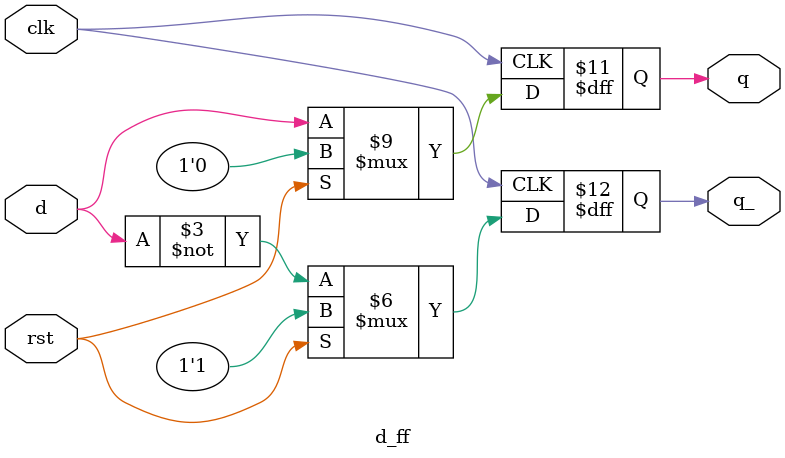
<source format=sv>
/***********************************************************************

Filename:   	dff_design.sv

Author Name:	Asokan R

Support e-mail: For any queries, reach out to us on "asokanx.dv@gmail.com"

**********************************************************************/

module d_ff(input clk,rst,d,output reg q,q_);

always@(posedge clk) begin
if(rst==1'b1)
begin
q<=1'b0;
q_<=1'b1;
end

else begin
q<=d;
q_<=~d;
end
end

initial begin
$dumpfile("waves.vcd");
$dumpvars();
end

endmodule

</source>
